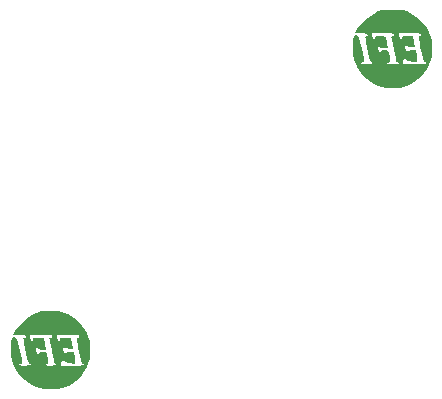
<source format=gbo>
G04 (created by PCBNEW (2013-07-07 BZR 4022)-stable) date 22/01/2014 07:55:25*
%MOIN*%
G04 Gerber Fmt 3.4, Leading zero omitted, Abs format*
%FSLAX34Y34*%
G01*
G70*
G90*
G04 APERTURE LIST*
%ADD10C,0.00590551*%
%ADD11C,0.0001*%
G04 APERTURE END LIST*
G54D10*
G54D11*
G36*
X57667Y-54783D02*
X57665Y-54950D01*
X57659Y-55069D01*
X57644Y-55158D01*
X57619Y-55235D01*
X57579Y-55320D01*
X57574Y-55330D01*
X57500Y-55446D01*
X57500Y-55267D01*
X57451Y-55235D01*
X57436Y-55233D01*
X57408Y-55200D01*
X57374Y-55102D01*
X57335Y-54938D01*
X57319Y-54858D01*
X57288Y-54703D01*
X57261Y-54568D01*
X57240Y-54469D01*
X57229Y-54425D01*
X57235Y-54376D01*
X57264Y-54367D01*
X57310Y-54341D01*
X57317Y-54317D01*
X57306Y-54294D01*
X57268Y-54280D01*
X57192Y-54271D01*
X57068Y-54267D01*
X56939Y-54267D01*
X56561Y-54267D01*
X56576Y-54367D01*
X56599Y-54437D01*
X56635Y-54466D01*
X56636Y-54467D01*
X56666Y-54443D01*
X56662Y-54416D01*
X56662Y-54388D01*
X56700Y-54373D01*
X56786Y-54367D01*
X56841Y-54367D01*
X57039Y-54367D01*
X57072Y-54550D01*
X57105Y-54733D01*
X56977Y-54733D01*
X56896Y-54725D01*
X56852Y-54706D01*
X56850Y-54700D01*
X56823Y-54670D01*
X56804Y-54667D01*
X56775Y-54685D01*
X56776Y-54750D01*
X56780Y-54772D01*
X56805Y-54840D01*
X56839Y-54888D01*
X56870Y-54902D01*
X56883Y-54870D01*
X56883Y-54869D01*
X56913Y-54846D01*
X56986Y-54834D01*
X57014Y-54833D01*
X57145Y-54833D01*
X57168Y-55018D01*
X57178Y-55122D01*
X57178Y-55198D01*
X57173Y-55221D01*
X57125Y-55233D01*
X57043Y-55227D01*
X56949Y-55209D01*
X56867Y-55184D01*
X56820Y-55156D01*
X56817Y-55147D01*
X56790Y-55105D01*
X56767Y-55100D01*
X56727Y-55130D01*
X56717Y-55200D01*
X56717Y-55300D01*
X57118Y-55300D01*
X57303Y-55297D01*
X57429Y-55290D01*
X57493Y-55277D01*
X57500Y-55267D01*
X57500Y-55446D01*
X57404Y-55598D01*
X57199Y-55810D01*
X56960Y-55965D01*
X56752Y-56046D01*
X56583Y-56079D01*
X56583Y-55267D01*
X56556Y-55237D01*
X56533Y-55233D01*
X56489Y-55227D01*
X56483Y-55221D01*
X56477Y-55186D01*
X56460Y-55098D01*
X56434Y-54970D01*
X56403Y-54816D01*
X56400Y-54800D01*
X56364Y-54623D01*
X56339Y-54502D01*
X56326Y-54426D01*
X56323Y-54385D01*
X56329Y-54368D01*
X56344Y-54365D01*
X56367Y-54367D01*
X56411Y-54340D01*
X56417Y-54317D01*
X56406Y-54294D01*
X56368Y-54280D01*
X56292Y-54271D01*
X56168Y-54267D01*
X56039Y-54267D01*
X55661Y-54267D01*
X55676Y-54367D01*
X55699Y-54437D01*
X55735Y-54466D01*
X55736Y-54467D01*
X55766Y-54443D01*
X55762Y-54417D01*
X55763Y-54387D01*
X55801Y-54372D01*
X55890Y-54367D01*
X55928Y-54367D01*
X56032Y-54371D01*
X56106Y-54383D01*
X56129Y-54393D01*
X56143Y-54440D01*
X56159Y-54528D01*
X56169Y-54593D01*
X56192Y-54767D01*
X56077Y-54767D01*
X55988Y-54756D01*
X55926Y-54729D01*
X55924Y-54727D01*
X55880Y-54700D01*
X55865Y-54733D01*
X55873Y-54808D01*
X55900Y-54867D01*
X55939Y-54900D01*
X55973Y-54898D01*
X55983Y-54867D01*
X56011Y-54842D01*
X56076Y-54833D01*
X56151Y-54840D01*
X56211Y-54861D01*
X56227Y-54879D01*
X56242Y-54938D01*
X56260Y-55034D01*
X56268Y-55079D01*
X56278Y-55174D01*
X56271Y-55220D01*
X56241Y-55233D01*
X56237Y-55233D01*
X56190Y-55250D01*
X56183Y-55267D01*
X56214Y-55284D01*
X56293Y-55296D01*
X56383Y-55300D01*
X56490Y-55295D01*
X56562Y-55282D01*
X56583Y-55267D01*
X56583Y-56079D01*
X56575Y-56081D01*
X56370Y-56095D01*
X56165Y-56088D01*
X55989Y-56060D01*
X55959Y-56051D01*
X55724Y-55947D01*
X55502Y-55793D01*
X55312Y-55602D01*
X55169Y-55389D01*
X55157Y-55364D01*
X55081Y-55158D01*
X55035Y-54927D01*
X55025Y-54705D01*
X55030Y-54644D01*
X55051Y-54510D01*
X55078Y-54402D01*
X55107Y-54332D01*
X55135Y-54313D01*
X55143Y-54321D01*
X55194Y-54363D01*
X55214Y-54372D01*
X55244Y-54413D01*
X55280Y-54519D01*
X55320Y-54685D01*
X55337Y-54768D01*
X55373Y-54951D01*
X55396Y-55078D01*
X55408Y-55160D01*
X55409Y-55206D01*
X55399Y-55227D01*
X55380Y-55233D01*
X55367Y-55233D01*
X55322Y-55251D01*
X55317Y-55267D01*
X55347Y-55284D01*
X55426Y-55296D01*
X55517Y-55300D01*
X55630Y-55294D01*
X55700Y-55278D01*
X55719Y-55256D01*
X55680Y-55232D01*
X55656Y-55225D01*
X55625Y-55203D01*
X55598Y-55149D01*
X55571Y-55051D01*
X55541Y-54899D01*
X55538Y-54880D01*
X55511Y-54728D01*
X55486Y-54593D01*
X55467Y-54492D01*
X55461Y-54458D01*
X55456Y-54390D01*
X55487Y-54367D01*
X55495Y-54366D01*
X55532Y-54346D01*
X55529Y-54316D01*
X55495Y-54286D01*
X55418Y-54270D01*
X55310Y-54266D01*
X55111Y-54267D01*
X55186Y-54142D01*
X55335Y-53941D01*
X55526Y-53758D01*
X55737Y-53614D01*
X55783Y-53590D01*
X55883Y-53542D01*
X55966Y-53512D01*
X56052Y-53494D01*
X56159Y-53486D01*
X56308Y-53484D01*
X56366Y-53484D01*
X56533Y-53486D01*
X56653Y-53492D01*
X56744Y-53507D01*
X56825Y-53534D01*
X56916Y-53575D01*
X56931Y-53582D01*
X57141Y-53715D01*
X57336Y-53893D01*
X57498Y-54096D01*
X57571Y-54222D01*
X57614Y-54315D01*
X57642Y-54396D01*
X57657Y-54485D01*
X57665Y-54601D01*
X57666Y-54763D01*
X57667Y-54783D01*
X57667Y-54783D01*
X57667Y-54783D01*
G37*
G36*
X69067Y-44733D02*
X69065Y-44900D01*
X69059Y-45019D01*
X69044Y-45108D01*
X69019Y-45185D01*
X68979Y-45270D01*
X68974Y-45280D01*
X68900Y-45396D01*
X68900Y-45217D01*
X68851Y-45185D01*
X68836Y-45183D01*
X68808Y-45150D01*
X68774Y-45052D01*
X68735Y-44888D01*
X68719Y-44808D01*
X68688Y-44653D01*
X68661Y-44518D01*
X68640Y-44419D01*
X68629Y-44375D01*
X68635Y-44326D01*
X68664Y-44317D01*
X68710Y-44291D01*
X68717Y-44267D01*
X68706Y-44244D01*
X68668Y-44230D01*
X68592Y-44221D01*
X68468Y-44217D01*
X68339Y-44217D01*
X67961Y-44217D01*
X67976Y-44317D01*
X67999Y-44387D01*
X68035Y-44416D01*
X68036Y-44417D01*
X68066Y-44393D01*
X68062Y-44366D01*
X68062Y-44338D01*
X68100Y-44323D01*
X68186Y-44317D01*
X68241Y-44317D01*
X68439Y-44317D01*
X68472Y-44500D01*
X68505Y-44683D01*
X68377Y-44683D01*
X68296Y-44675D01*
X68252Y-44656D01*
X68250Y-44650D01*
X68223Y-44620D01*
X68204Y-44617D01*
X68175Y-44635D01*
X68176Y-44700D01*
X68180Y-44722D01*
X68205Y-44790D01*
X68239Y-44838D01*
X68270Y-44852D01*
X68283Y-44820D01*
X68283Y-44819D01*
X68313Y-44796D01*
X68386Y-44784D01*
X68414Y-44783D01*
X68545Y-44783D01*
X68568Y-44968D01*
X68578Y-45072D01*
X68578Y-45148D01*
X68573Y-45171D01*
X68525Y-45183D01*
X68443Y-45177D01*
X68349Y-45159D01*
X68267Y-45134D01*
X68220Y-45106D01*
X68217Y-45097D01*
X68190Y-45055D01*
X68167Y-45050D01*
X68127Y-45080D01*
X68117Y-45150D01*
X68117Y-45250D01*
X68518Y-45250D01*
X68703Y-45247D01*
X68829Y-45240D01*
X68893Y-45227D01*
X68900Y-45217D01*
X68900Y-45396D01*
X68804Y-45548D01*
X68599Y-45760D01*
X68360Y-45915D01*
X68152Y-45996D01*
X67983Y-46029D01*
X67983Y-45217D01*
X67956Y-45187D01*
X67933Y-45183D01*
X67889Y-45177D01*
X67883Y-45171D01*
X67877Y-45136D01*
X67860Y-45048D01*
X67834Y-44920D01*
X67803Y-44766D01*
X67800Y-44750D01*
X67764Y-44573D01*
X67739Y-44452D01*
X67726Y-44376D01*
X67723Y-44335D01*
X67729Y-44318D01*
X67744Y-44315D01*
X67767Y-44317D01*
X67811Y-44290D01*
X67817Y-44267D01*
X67806Y-44244D01*
X67768Y-44230D01*
X67692Y-44221D01*
X67568Y-44217D01*
X67439Y-44217D01*
X67061Y-44217D01*
X67076Y-44317D01*
X67099Y-44387D01*
X67135Y-44416D01*
X67136Y-44417D01*
X67166Y-44393D01*
X67162Y-44367D01*
X67163Y-44337D01*
X67201Y-44322D01*
X67290Y-44317D01*
X67328Y-44317D01*
X67432Y-44321D01*
X67506Y-44333D01*
X67529Y-44343D01*
X67543Y-44390D01*
X67559Y-44478D01*
X67569Y-44543D01*
X67592Y-44717D01*
X67477Y-44717D01*
X67388Y-44706D01*
X67326Y-44679D01*
X67324Y-44677D01*
X67280Y-44650D01*
X67265Y-44683D01*
X67273Y-44758D01*
X67300Y-44817D01*
X67339Y-44850D01*
X67373Y-44848D01*
X67383Y-44817D01*
X67411Y-44792D01*
X67476Y-44783D01*
X67551Y-44790D01*
X67611Y-44811D01*
X67627Y-44829D01*
X67642Y-44888D01*
X67660Y-44984D01*
X67668Y-45029D01*
X67678Y-45124D01*
X67671Y-45170D01*
X67641Y-45183D01*
X67637Y-45183D01*
X67590Y-45200D01*
X67583Y-45217D01*
X67614Y-45234D01*
X67693Y-45246D01*
X67783Y-45250D01*
X67890Y-45245D01*
X67962Y-45232D01*
X67983Y-45217D01*
X67983Y-46029D01*
X67975Y-46031D01*
X67770Y-46045D01*
X67565Y-46038D01*
X67389Y-46010D01*
X67359Y-46001D01*
X67124Y-45897D01*
X66902Y-45743D01*
X66712Y-45552D01*
X66569Y-45339D01*
X66557Y-45314D01*
X66481Y-45108D01*
X66435Y-44877D01*
X66425Y-44655D01*
X66430Y-44594D01*
X66451Y-44460D01*
X66478Y-44352D01*
X66507Y-44282D01*
X66535Y-44263D01*
X66543Y-44271D01*
X66594Y-44313D01*
X66614Y-44322D01*
X66644Y-44363D01*
X66680Y-44469D01*
X66720Y-44635D01*
X66737Y-44718D01*
X66773Y-44901D01*
X66796Y-45028D01*
X66808Y-45110D01*
X66809Y-45156D01*
X66799Y-45177D01*
X66780Y-45183D01*
X66767Y-45183D01*
X66722Y-45201D01*
X66717Y-45217D01*
X66747Y-45234D01*
X66826Y-45246D01*
X66917Y-45250D01*
X67030Y-45244D01*
X67100Y-45228D01*
X67119Y-45206D01*
X67080Y-45182D01*
X67056Y-45175D01*
X67025Y-45153D01*
X66998Y-45099D01*
X66971Y-45001D01*
X66941Y-44849D01*
X66938Y-44830D01*
X66911Y-44678D01*
X66886Y-44543D01*
X66867Y-44442D01*
X66861Y-44408D01*
X66856Y-44340D01*
X66887Y-44317D01*
X66895Y-44316D01*
X66932Y-44296D01*
X66929Y-44266D01*
X66895Y-44236D01*
X66818Y-44220D01*
X66710Y-44216D01*
X66511Y-44217D01*
X66586Y-44092D01*
X66735Y-43891D01*
X66926Y-43708D01*
X67137Y-43564D01*
X67183Y-43540D01*
X67283Y-43492D01*
X67366Y-43462D01*
X67452Y-43444D01*
X67559Y-43436D01*
X67708Y-43434D01*
X67766Y-43434D01*
X67933Y-43436D01*
X68053Y-43442D01*
X68144Y-43457D01*
X68225Y-43484D01*
X68316Y-43525D01*
X68331Y-43532D01*
X68541Y-43665D01*
X68736Y-43843D01*
X68898Y-44046D01*
X68971Y-44172D01*
X69014Y-44265D01*
X69042Y-44346D01*
X69057Y-44435D01*
X69065Y-44551D01*
X69066Y-44713D01*
X69067Y-44733D01*
X69067Y-44733D01*
X69067Y-44733D01*
G37*
M02*

</source>
